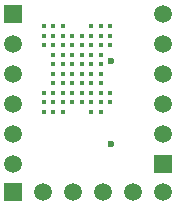
<source format=gts>
%FSLAX25Y25*%
%MOIN*%
G70*
G01*
G75*
%ADD10C,0.01614*%
%ADD13R,0.05905X0.05905*%
%ADD14C,0.05905*%
%ADD15R,0.05905X0.05905*%
%ADD16C,0.02362*%
D10*
X613752Y224748D02*
D03*
Y221598D02*
D03*
Y218449D02*
D03*
Y202701D02*
D03*
Y199551D02*
D03*
Y196402D02*
D03*
X616902Y224748D02*
D03*
Y221598D02*
D03*
Y218449D02*
D03*
Y215299D02*
D03*
Y212150D02*
D03*
Y209000D02*
D03*
Y205850D02*
D03*
Y202701D02*
D03*
Y199551D02*
D03*
Y196402D02*
D03*
X620051Y224748D02*
D03*
Y221598D02*
D03*
Y218449D02*
D03*
Y215299D02*
D03*
Y212150D02*
D03*
Y209000D02*
D03*
Y205850D02*
D03*
Y202701D02*
D03*
Y199551D02*
D03*
Y196402D02*
D03*
X623201Y221598D02*
D03*
Y218449D02*
D03*
Y215299D02*
D03*
Y212150D02*
D03*
Y209000D02*
D03*
Y205850D02*
D03*
Y202701D02*
D03*
Y199551D02*
D03*
X626350Y221598D02*
D03*
Y218449D02*
D03*
Y215299D02*
D03*
Y212150D02*
D03*
Y209000D02*
D03*
Y205850D02*
D03*
Y202701D02*
D03*
Y199551D02*
D03*
X629500Y224748D02*
D03*
Y221598D02*
D03*
Y218449D02*
D03*
Y215299D02*
D03*
Y212150D02*
D03*
Y209000D02*
D03*
Y205850D02*
D03*
Y202701D02*
D03*
Y199551D02*
D03*
Y196402D02*
D03*
X632650Y224748D02*
D03*
Y221598D02*
D03*
Y218449D02*
D03*
Y215299D02*
D03*
Y212150D02*
D03*
Y209000D02*
D03*
Y205850D02*
D03*
Y202701D02*
D03*
Y199551D02*
D03*
Y196402D02*
D03*
X635799Y224748D02*
D03*
Y221598D02*
D03*
Y218449D02*
D03*
Y202701D02*
D03*
Y199551D02*
D03*
D13*
X653500Y179000D02*
D03*
X603500Y229000D02*
D03*
D14*
X653500Y189000D02*
D03*
Y199000D02*
D03*
Y209000D02*
D03*
Y219000D02*
D03*
Y229000D02*
D03*
X603500Y219000D02*
D03*
Y209000D02*
D03*
Y199000D02*
D03*
Y189000D02*
D03*
Y179000D02*
D03*
X613500Y169500D02*
D03*
X623500D02*
D03*
X633500D02*
D03*
X643500D02*
D03*
X653500D02*
D03*
D15*
X603500D02*
D03*
D16*
X636047Y185736D02*
D03*
Y213295D02*
D03*
M02*

</source>
